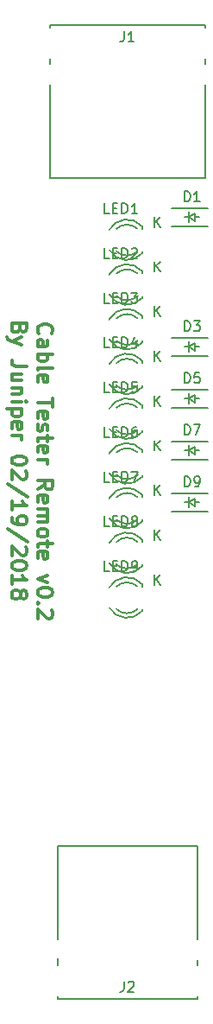
<source format=gto>
G04 #@! TF.FileFunction,Legend,Top*
%FSLAX46Y46*%
G04 Gerber Fmt 4.6, Leading zero omitted, Abs format (unit mm)*
G04 Created by KiCad (PCBNEW 4.0.2+dfsg1-stable) date Sun 11 Mar 2018 02:31:19 PM MDT*
%MOMM*%
G01*
G04 APERTURE LIST*
%ADD10C,0.100000*%
%ADD11C,0.300000*%
%ADD12C,0.150000*%
G04 APERTURE END LIST*
D10*
D11*
X103739143Y-80761716D02*
X103667714Y-80976002D01*
X103596286Y-81047430D01*
X103453429Y-81118859D01*
X103239143Y-81118859D01*
X103096286Y-81047430D01*
X103024857Y-80976002D01*
X102953429Y-80833144D01*
X102953429Y-80261716D01*
X104453429Y-80261716D01*
X104453429Y-80761716D01*
X104382000Y-80904573D01*
X104310571Y-80976002D01*
X104167714Y-81047430D01*
X104024857Y-81047430D01*
X103882000Y-80976002D01*
X103810571Y-80904573D01*
X103739143Y-80761716D01*
X103739143Y-80261716D01*
X103953429Y-81618859D02*
X102953429Y-81976002D01*
X103953429Y-82333144D02*
X102953429Y-81976002D01*
X102596286Y-81833144D01*
X102524857Y-81761716D01*
X102453429Y-81618859D01*
X104453429Y-84476001D02*
X103382000Y-84476001D01*
X103167714Y-84404573D01*
X103024857Y-84261716D01*
X102953429Y-84047430D01*
X102953429Y-83904573D01*
X103953429Y-85833144D02*
X102953429Y-85833144D01*
X103953429Y-85190287D02*
X103167714Y-85190287D01*
X103024857Y-85261715D01*
X102953429Y-85404573D01*
X102953429Y-85618858D01*
X103024857Y-85761715D01*
X103096286Y-85833144D01*
X103953429Y-86547430D02*
X102953429Y-86547430D01*
X103810571Y-86547430D02*
X103882000Y-86618858D01*
X103953429Y-86761716D01*
X103953429Y-86976001D01*
X103882000Y-87118858D01*
X103739143Y-87190287D01*
X102953429Y-87190287D01*
X102953429Y-87904573D02*
X103953429Y-87904573D01*
X104453429Y-87904573D02*
X104382000Y-87833144D01*
X104310571Y-87904573D01*
X104382000Y-87976001D01*
X104453429Y-87904573D01*
X104310571Y-87904573D01*
X103953429Y-88618859D02*
X102453429Y-88618859D01*
X103882000Y-88618859D02*
X103953429Y-88761716D01*
X103953429Y-89047430D01*
X103882000Y-89190287D01*
X103810571Y-89261716D01*
X103667714Y-89333145D01*
X103239143Y-89333145D01*
X103096286Y-89261716D01*
X103024857Y-89190287D01*
X102953429Y-89047430D01*
X102953429Y-88761716D01*
X103024857Y-88618859D01*
X103024857Y-90547430D02*
X102953429Y-90404573D01*
X102953429Y-90118859D01*
X103024857Y-89976002D01*
X103167714Y-89904573D01*
X103739143Y-89904573D01*
X103882000Y-89976002D01*
X103953429Y-90118859D01*
X103953429Y-90404573D01*
X103882000Y-90547430D01*
X103739143Y-90618859D01*
X103596286Y-90618859D01*
X103453429Y-89904573D01*
X102953429Y-91261716D02*
X103953429Y-91261716D01*
X103667714Y-91261716D02*
X103810571Y-91333144D01*
X103882000Y-91404573D01*
X103953429Y-91547430D01*
X103953429Y-91690287D01*
X104453429Y-93618858D02*
X104453429Y-93761715D01*
X104382000Y-93904572D01*
X104310571Y-93976001D01*
X104167714Y-94047430D01*
X103882000Y-94118858D01*
X103524857Y-94118858D01*
X103239143Y-94047430D01*
X103096286Y-93976001D01*
X103024857Y-93904572D01*
X102953429Y-93761715D01*
X102953429Y-93618858D01*
X103024857Y-93476001D01*
X103096286Y-93404572D01*
X103239143Y-93333144D01*
X103524857Y-93261715D01*
X103882000Y-93261715D01*
X104167714Y-93333144D01*
X104310571Y-93404572D01*
X104382000Y-93476001D01*
X104453429Y-93618858D01*
X104310571Y-94690286D02*
X104382000Y-94761715D01*
X104453429Y-94904572D01*
X104453429Y-95261715D01*
X104382000Y-95404572D01*
X104310571Y-95476001D01*
X104167714Y-95547429D01*
X104024857Y-95547429D01*
X103810571Y-95476001D01*
X102953429Y-94618858D01*
X102953429Y-95547429D01*
X104524857Y-97261714D02*
X102596286Y-95976000D01*
X102953429Y-98547429D02*
X102953429Y-97690286D01*
X102953429Y-98118858D02*
X104453429Y-98118858D01*
X104239143Y-97976001D01*
X104096286Y-97833143D01*
X104024857Y-97690286D01*
X102953429Y-99261714D02*
X102953429Y-99547429D01*
X103024857Y-99690286D01*
X103096286Y-99761714D01*
X103310571Y-99904572D01*
X103596286Y-99976000D01*
X104167714Y-99976000D01*
X104310571Y-99904572D01*
X104382000Y-99833143D01*
X104453429Y-99690286D01*
X104453429Y-99404572D01*
X104382000Y-99261714D01*
X104310571Y-99190286D01*
X104167714Y-99118857D01*
X103810571Y-99118857D01*
X103667714Y-99190286D01*
X103596286Y-99261714D01*
X103524857Y-99404572D01*
X103524857Y-99690286D01*
X103596286Y-99833143D01*
X103667714Y-99904572D01*
X103810571Y-99976000D01*
X104524857Y-101690285D02*
X102596286Y-100404571D01*
X104310571Y-102118857D02*
X104382000Y-102190286D01*
X104453429Y-102333143D01*
X104453429Y-102690286D01*
X104382000Y-102833143D01*
X104310571Y-102904572D01*
X104167714Y-102976000D01*
X104024857Y-102976000D01*
X103810571Y-102904572D01*
X102953429Y-102047429D01*
X102953429Y-102976000D01*
X104453429Y-103904571D02*
X104453429Y-104047428D01*
X104382000Y-104190285D01*
X104310571Y-104261714D01*
X104167714Y-104333143D01*
X103882000Y-104404571D01*
X103524857Y-104404571D01*
X103239143Y-104333143D01*
X103096286Y-104261714D01*
X103024857Y-104190285D01*
X102953429Y-104047428D01*
X102953429Y-103904571D01*
X103024857Y-103761714D01*
X103096286Y-103690285D01*
X103239143Y-103618857D01*
X103524857Y-103547428D01*
X103882000Y-103547428D01*
X104167714Y-103618857D01*
X104310571Y-103690285D01*
X104382000Y-103761714D01*
X104453429Y-103904571D01*
X102953429Y-105833142D02*
X102953429Y-104975999D01*
X102953429Y-105404571D02*
X104453429Y-105404571D01*
X104239143Y-105261714D01*
X104096286Y-105118856D01*
X104024857Y-104975999D01*
X103810571Y-106690285D02*
X103882000Y-106547427D01*
X103953429Y-106475999D01*
X104096286Y-106404570D01*
X104167714Y-106404570D01*
X104310571Y-106475999D01*
X104382000Y-106547427D01*
X104453429Y-106690285D01*
X104453429Y-106975999D01*
X104382000Y-107118856D01*
X104310571Y-107190285D01*
X104167714Y-107261713D01*
X104096286Y-107261713D01*
X103953429Y-107190285D01*
X103882000Y-107118856D01*
X103810571Y-106975999D01*
X103810571Y-106690285D01*
X103739143Y-106547427D01*
X103667714Y-106475999D01*
X103524857Y-106404570D01*
X103239143Y-106404570D01*
X103096286Y-106475999D01*
X103024857Y-106547427D01*
X102953429Y-106690285D01*
X102953429Y-106975999D01*
X103024857Y-107118856D01*
X103096286Y-107190285D01*
X103239143Y-107261713D01*
X103524857Y-107261713D01*
X103667714Y-107190285D01*
X103739143Y-107118856D01*
X103810571Y-106975999D01*
X105636286Y-81242002D02*
X105564857Y-81170573D01*
X105493429Y-80956287D01*
X105493429Y-80813430D01*
X105564857Y-80599145D01*
X105707714Y-80456287D01*
X105850571Y-80384859D01*
X106136286Y-80313430D01*
X106350571Y-80313430D01*
X106636286Y-80384859D01*
X106779143Y-80456287D01*
X106922000Y-80599145D01*
X106993429Y-80813430D01*
X106993429Y-80956287D01*
X106922000Y-81170573D01*
X106850571Y-81242002D01*
X105493429Y-82527716D02*
X106279143Y-82527716D01*
X106422000Y-82456287D01*
X106493429Y-82313430D01*
X106493429Y-82027716D01*
X106422000Y-81884859D01*
X105564857Y-82527716D02*
X105493429Y-82384859D01*
X105493429Y-82027716D01*
X105564857Y-81884859D01*
X105707714Y-81813430D01*
X105850571Y-81813430D01*
X105993429Y-81884859D01*
X106064857Y-82027716D01*
X106064857Y-82384859D01*
X106136286Y-82527716D01*
X105493429Y-83242002D02*
X106993429Y-83242002D01*
X106422000Y-83242002D02*
X106493429Y-83384859D01*
X106493429Y-83670573D01*
X106422000Y-83813430D01*
X106350571Y-83884859D01*
X106207714Y-83956288D01*
X105779143Y-83956288D01*
X105636286Y-83884859D01*
X105564857Y-83813430D01*
X105493429Y-83670573D01*
X105493429Y-83384859D01*
X105564857Y-83242002D01*
X105493429Y-84813431D02*
X105564857Y-84670573D01*
X105707714Y-84599145D01*
X106993429Y-84599145D01*
X105564857Y-85956287D02*
X105493429Y-85813430D01*
X105493429Y-85527716D01*
X105564857Y-85384859D01*
X105707714Y-85313430D01*
X106279143Y-85313430D01*
X106422000Y-85384859D01*
X106493429Y-85527716D01*
X106493429Y-85813430D01*
X106422000Y-85956287D01*
X106279143Y-86027716D01*
X106136286Y-86027716D01*
X105993429Y-85313430D01*
X106993429Y-87599144D02*
X106993429Y-88456287D01*
X105493429Y-88027716D02*
X106993429Y-88027716D01*
X105564857Y-89527715D02*
X105493429Y-89384858D01*
X105493429Y-89099144D01*
X105564857Y-88956287D01*
X105707714Y-88884858D01*
X106279143Y-88884858D01*
X106422000Y-88956287D01*
X106493429Y-89099144D01*
X106493429Y-89384858D01*
X106422000Y-89527715D01*
X106279143Y-89599144D01*
X106136286Y-89599144D01*
X105993429Y-88884858D01*
X105564857Y-90170572D02*
X105493429Y-90313429D01*
X105493429Y-90599144D01*
X105564857Y-90742001D01*
X105707714Y-90813429D01*
X105779143Y-90813429D01*
X105922000Y-90742001D01*
X105993429Y-90599144D01*
X105993429Y-90384858D01*
X106064857Y-90242001D01*
X106207714Y-90170572D01*
X106279143Y-90170572D01*
X106422000Y-90242001D01*
X106493429Y-90384858D01*
X106493429Y-90599144D01*
X106422000Y-90742001D01*
X106493429Y-91242001D02*
X106493429Y-91813430D01*
X106993429Y-91456287D02*
X105707714Y-91456287D01*
X105564857Y-91527715D01*
X105493429Y-91670573D01*
X105493429Y-91813430D01*
X105564857Y-92884858D02*
X105493429Y-92742001D01*
X105493429Y-92456287D01*
X105564857Y-92313430D01*
X105707714Y-92242001D01*
X106279143Y-92242001D01*
X106422000Y-92313430D01*
X106493429Y-92456287D01*
X106493429Y-92742001D01*
X106422000Y-92884858D01*
X106279143Y-92956287D01*
X106136286Y-92956287D01*
X105993429Y-92242001D01*
X105493429Y-93599144D02*
X106493429Y-93599144D01*
X106207714Y-93599144D02*
X106350571Y-93670572D01*
X106422000Y-93742001D01*
X106493429Y-93884858D01*
X106493429Y-94027715D01*
X105493429Y-96527715D02*
X106207714Y-96027715D01*
X105493429Y-95670572D02*
X106993429Y-95670572D01*
X106993429Y-96242000D01*
X106922000Y-96384858D01*
X106850571Y-96456286D01*
X106707714Y-96527715D01*
X106493429Y-96527715D01*
X106350571Y-96456286D01*
X106279143Y-96384858D01*
X106207714Y-96242000D01*
X106207714Y-95670572D01*
X105564857Y-97742000D02*
X105493429Y-97599143D01*
X105493429Y-97313429D01*
X105564857Y-97170572D01*
X105707714Y-97099143D01*
X106279143Y-97099143D01*
X106422000Y-97170572D01*
X106493429Y-97313429D01*
X106493429Y-97599143D01*
X106422000Y-97742000D01*
X106279143Y-97813429D01*
X106136286Y-97813429D01*
X105993429Y-97099143D01*
X105493429Y-98456286D02*
X106493429Y-98456286D01*
X106350571Y-98456286D02*
X106422000Y-98527714D01*
X106493429Y-98670572D01*
X106493429Y-98884857D01*
X106422000Y-99027714D01*
X106279143Y-99099143D01*
X105493429Y-99099143D01*
X106279143Y-99099143D02*
X106422000Y-99170572D01*
X106493429Y-99313429D01*
X106493429Y-99527714D01*
X106422000Y-99670572D01*
X106279143Y-99742000D01*
X105493429Y-99742000D01*
X105493429Y-100670572D02*
X105564857Y-100527714D01*
X105636286Y-100456286D01*
X105779143Y-100384857D01*
X106207714Y-100384857D01*
X106350571Y-100456286D01*
X106422000Y-100527714D01*
X106493429Y-100670572D01*
X106493429Y-100884857D01*
X106422000Y-101027714D01*
X106350571Y-101099143D01*
X106207714Y-101170572D01*
X105779143Y-101170572D01*
X105636286Y-101099143D01*
X105564857Y-101027714D01*
X105493429Y-100884857D01*
X105493429Y-100670572D01*
X106493429Y-101599143D02*
X106493429Y-102170572D01*
X106993429Y-101813429D02*
X105707714Y-101813429D01*
X105564857Y-101884857D01*
X105493429Y-102027715D01*
X105493429Y-102170572D01*
X105564857Y-103242000D02*
X105493429Y-103099143D01*
X105493429Y-102813429D01*
X105564857Y-102670572D01*
X105707714Y-102599143D01*
X106279143Y-102599143D01*
X106422000Y-102670572D01*
X106493429Y-102813429D01*
X106493429Y-103099143D01*
X106422000Y-103242000D01*
X106279143Y-103313429D01*
X106136286Y-103313429D01*
X105993429Y-102599143D01*
X106493429Y-104956286D02*
X105493429Y-105313429D01*
X106493429Y-105670571D01*
X106993429Y-106527714D02*
X106993429Y-106670571D01*
X106922000Y-106813428D01*
X106850571Y-106884857D01*
X106707714Y-106956286D01*
X106422000Y-107027714D01*
X106064857Y-107027714D01*
X105779143Y-106956286D01*
X105636286Y-106884857D01*
X105564857Y-106813428D01*
X105493429Y-106670571D01*
X105493429Y-106527714D01*
X105564857Y-106384857D01*
X105636286Y-106313428D01*
X105779143Y-106242000D01*
X106064857Y-106170571D01*
X106422000Y-106170571D01*
X106707714Y-106242000D01*
X106850571Y-106313428D01*
X106922000Y-106384857D01*
X106993429Y-106527714D01*
X105636286Y-107670571D02*
X105564857Y-107741999D01*
X105493429Y-107670571D01*
X105564857Y-107599142D01*
X105636286Y-107670571D01*
X105493429Y-107670571D01*
X106850571Y-108313428D02*
X106922000Y-108384857D01*
X106993429Y-108527714D01*
X106993429Y-108884857D01*
X106922000Y-109027714D01*
X106850571Y-109099143D01*
X106707714Y-109170571D01*
X106564857Y-109170571D01*
X106350571Y-109099143D01*
X105493429Y-108242000D01*
X105493429Y-109170571D01*
D12*
X106680000Y-56896000D02*
X106680000Y-66040000D01*
X106680000Y-66040000D02*
X121920000Y-66040000D01*
X121920000Y-66040000D02*
X121920000Y-56896000D01*
X106680000Y-51308000D02*
X106680000Y-51054000D01*
X106680000Y-51054000D02*
X121920000Y-51054000D01*
X121920000Y-51054000D02*
X121920000Y-51308000D01*
X121920000Y-54356000D02*
X121920000Y-54864000D01*
X106680000Y-54864000D02*
X106680000Y-54356000D01*
X120967500Y-69850000D02*
X121348500Y-69850000D01*
X119951500Y-69850000D02*
X120332500Y-69850000D01*
X120332500Y-69850000D02*
X120967500Y-69469000D01*
X120967500Y-69469000D02*
X120967500Y-70231000D01*
X120967500Y-70231000D02*
X120332500Y-69850000D01*
X120332500Y-69342000D02*
X120332500Y-70358000D01*
X118650000Y-70750000D02*
X122190000Y-70750000D01*
X118650000Y-68950000D02*
X122190000Y-68950000D01*
X120967500Y-82550000D02*
X121348500Y-82550000D01*
X119951500Y-82550000D02*
X120332500Y-82550000D01*
X120332500Y-82550000D02*
X120967500Y-82169000D01*
X120967500Y-82169000D02*
X120967500Y-82931000D01*
X120967500Y-82931000D02*
X120332500Y-82550000D01*
X120332500Y-82042000D02*
X120332500Y-83058000D01*
X118650000Y-83450000D02*
X122190000Y-83450000D01*
X118650000Y-81650000D02*
X122190000Y-81650000D01*
X120967500Y-87630000D02*
X121348500Y-87630000D01*
X119951500Y-87630000D02*
X120332500Y-87630000D01*
X120332500Y-87630000D02*
X120967500Y-87249000D01*
X120967500Y-87249000D02*
X120967500Y-88011000D01*
X120967500Y-88011000D02*
X120332500Y-87630000D01*
X120332500Y-87122000D02*
X120332500Y-88138000D01*
X118650000Y-88530000D02*
X122190000Y-88530000D01*
X118650000Y-86730000D02*
X122190000Y-86730000D01*
X120967500Y-92710000D02*
X121348500Y-92710000D01*
X119951500Y-92710000D02*
X120332500Y-92710000D01*
X120332500Y-92710000D02*
X120967500Y-92329000D01*
X120967500Y-92329000D02*
X120967500Y-93091000D01*
X120967500Y-93091000D02*
X120332500Y-92710000D01*
X120332500Y-92202000D02*
X120332500Y-93218000D01*
X118650000Y-93610000D02*
X122190000Y-93610000D01*
X118650000Y-91810000D02*
X122190000Y-91810000D01*
X120967500Y-97790000D02*
X121348500Y-97790000D01*
X119951500Y-97790000D02*
X120332500Y-97790000D01*
X120332500Y-97790000D02*
X120967500Y-97409000D01*
X120967500Y-97409000D02*
X120967500Y-98171000D01*
X120967500Y-98171000D02*
X120332500Y-97790000D01*
X120332500Y-97282000D02*
X120332500Y-98298000D01*
X118650000Y-98690000D02*
X122190000Y-98690000D01*
X118650000Y-96890000D02*
X122190000Y-96890000D01*
X107442000Y-140589000D02*
X107442000Y-131445000D01*
X107442000Y-131445000D02*
X121158000Y-131445000D01*
X121158000Y-131445000D02*
X121158000Y-140589000D01*
X121158000Y-142621000D02*
X121158000Y-143129000D01*
X107442000Y-142494000D02*
X107442000Y-143129000D01*
X107442000Y-146177000D02*
X107442000Y-146431000D01*
X107442000Y-146431000D02*
X121158000Y-146431000D01*
X121158000Y-146431000D02*
X121158000Y-146177000D01*
X115769000Y-70771200D02*
X115769000Y-70971200D01*
X115769000Y-73365200D02*
X115769000Y-73185200D01*
X112541256Y-73054843D02*
G75*
G03X115769000Y-73371200I1727744J1003643D01*
G01*
X113216994Y-73184268D02*
G75*
G03X115320000Y-73185200I1052006J1133068D01*
G01*
X115756220Y-70744474D02*
G75*
G03X112519000Y-71091200I-1497220J-1306726D01*
G01*
X115282889Y-70971947D02*
G75*
G03X113235000Y-70991200I-1013889J-1079253D01*
G01*
X115769000Y-75152700D02*
X115769000Y-75352700D01*
X115769000Y-77746700D02*
X115769000Y-77566700D01*
X112541256Y-77436343D02*
G75*
G03X115769000Y-77752700I1727744J1003643D01*
G01*
X113216994Y-77565768D02*
G75*
G03X115320000Y-77566700I1052006J1133068D01*
G01*
X115756220Y-75125974D02*
G75*
G03X112519000Y-75472700I-1497220J-1306726D01*
G01*
X115282889Y-75353447D02*
G75*
G03X113235000Y-75372700I-1013889J-1079253D01*
G01*
X115769000Y-79534200D02*
X115769000Y-79734200D01*
X115769000Y-82128200D02*
X115769000Y-81948200D01*
X112541256Y-81817843D02*
G75*
G03X115769000Y-82134200I1727744J1003643D01*
G01*
X113216994Y-81947268D02*
G75*
G03X115320000Y-81948200I1052006J1133068D01*
G01*
X115756220Y-79507474D02*
G75*
G03X112519000Y-79854200I-1497220J-1306726D01*
G01*
X115282889Y-79734947D02*
G75*
G03X113235000Y-79754200I-1013889J-1079253D01*
G01*
X115769000Y-83915700D02*
X115769000Y-84115700D01*
X115769000Y-86509700D02*
X115769000Y-86329700D01*
X112541256Y-86199343D02*
G75*
G03X115769000Y-86515700I1727744J1003643D01*
G01*
X113216994Y-86328768D02*
G75*
G03X115320000Y-86329700I1052006J1133068D01*
G01*
X115756220Y-83888974D02*
G75*
G03X112519000Y-84235700I-1497220J-1306726D01*
G01*
X115282889Y-84116447D02*
G75*
G03X113235000Y-84135700I-1013889J-1079253D01*
G01*
X115769000Y-88297200D02*
X115769000Y-88497200D01*
X115769000Y-90891200D02*
X115769000Y-90711200D01*
X112541256Y-90580843D02*
G75*
G03X115769000Y-90897200I1727744J1003643D01*
G01*
X113216994Y-90710268D02*
G75*
G03X115320000Y-90711200I1052006J1133068D01*
G01*
X115756220Y-88270474D02*
G75*
G03X112519000Y-88617200I-1497220J-1306726D01*
G01*
X115282889Y-88497947D02*
G75*
G03X113235000Y-88517200I-1013889J-1079253D01*
G01*
X115769000Y-92678700D02*
X115769000Y-92878700D01*
X115769000Y-95272700D02*
X115769000Y-95092700D01*
X112541256Y-94962343D02*
G75*
G03X115769000Y-95278700I1727744J1003643D01*
G01*
X113216994Y-95091768D02*
G75*
G03X115320000Y-95092700I1052006J1133068D01*
G01*
X115756220Y-92651974D02*
G75*
G03X112519000Y-92998700I-1497220J-1306726D01*
G01*
X115282889Y-92879447D02*
G75*
G03X113235000Y-92898700I-1013889J-1079253D01*
G01*
X115769000Y-97060200D02*
X115769000Y-97260200D01*
X115769000Y-99654200D02*
X115769000Y-99474200D01*
X112541256Y-99343843D02*
G75*
G03X115769000Y-99660200I1727744J1003643D01*
G01*
X113216994Y-99473268D02*
G75*
G03X115320000Y-99474200I1052006J1133068D01*
G01*
X115756220Y-97033474D02*
G75*
G03X112519000Y-97380200I-1497220J-1306726D01*
G01*
X115282889Y-97260947D02*
G75*
G03X113235000Y-97280200I-1013889J-1079253D01*
G01*
X115769000Y-101441700D02*
X115769000Y-101641700D01*
X115769000Y-104035700D02*
X115769000Y-103855700D01*
X112541256Y-103725343D02*
G75*
G03X115769000Y-104041700I1727744J1003643D01*
G01*
X113216994Y-103854768D02*
G75*
G03X115320000Y-103855700I1052006J1133068D01*
G01*
X115756220Y-101414974D02*
G75*
G03X112519000Y-101761700I-1497220J-1306726D01*
G01*
X115282889Y-101642447D02*
G75*
G03X113235000Y-101661700I-1013889J-1079253D01*
G01*
X115769000Y-105823200D02*
X115769000Y-106023200D01*
X115769000Y-108417200D02*
X115769000Y-108237200D01*
X112541256Y-108106843D02*
G75*
G03X115769000Y-108423200I1727744J1003643D01*
G01*
X113216994Y-108236268D02*
G75*
G03X115320000Y-108237200I1052006J1133068D01*
G01*
X115756220Y-105796474D02*
G75*
G03X112519000Y-106143200I-1497220J-1306726D01*
G01*
X115282889Y-106023947D02*
G75*
G03X113235000Y-106043200I-1013889J-1079253D01*
G01*
X113966667Y-51649381D02*
X113966667Y-52363667D01*
X113919047Y-52506524D01*
X113823809Y-52601762D01*
X113680952Y-52649381D01*
X113585714Y-52649381D01*
X114966667Y-52649381D02*
X114395238Y-52649381D01*
X114680952Y-52649381D02*
X114680952Y-51649381D01*
X114585714Y-51792238D01*
X114490476Y-51887476D01*
X114395238Y-51935095D01*
X119911905Y-68302381D02*
X119911905Y-67302381D01*
X120150000Y-67302381D01*
X120292858Y-67350000D01*
X120388096Y-67445238D01*
X120435715Y-67540476D01*
X120483334Y-67730952D01*
X120483334Y-67873810D01*
X120435715Y-68064286D01*
X120388096Y-68159524D01*
X120292858Y-68254762D01*
X120150000Y-68302381D01*
X119911905Y-68302381D01*
X121435715Y-68302381D02*
X120864286Y-68302381D01*
X121150000Y-68302381D02*
X121150000Y-67302381D01*
X121054762Y-67445238D01*
X120959524Y-67540476D01*
X120864286Y-67588095D01*
X119911905Y-81002381D02*
X119911905Y-80002381D01*
X120150000Y-80002381D01*
X120292858Y-80050000D01*
X120388096Y-80145238D01*
X120435715Y-80240476D01*
X120483334Y-80430952D01*
X120483334Y-80573810D01*
X120435715Y-80764286D01*
X120388096Y-80859524D01*
X120292858Y-80954762D01*
X120150000Y-81002381D01*
X119911905Y-81002381D01*
X120816667Y-80002381D02*
X121435715Y-80002381D01*
X121102381Y-80383333D01*
X121245239Y-80383333D01*
X121340477Y-80430952D01*
X121388096Y-80478571D01*
X121435715Y-80573810D01*
X121435715Y-80811905D01*
X121388096Y-80907143D01*
X121340477Y-80954762D01*
X121245239Y-81002381D01*
X120959524Y-81002381D01*
X120864286Y-80954762D01*
X120816667Y-80907143D01*
X119911905Y-86082381D02*
X119911905Y-85082381D01*
X120150000Y-85082381D01*
X120292858Y-85130000D01*
X120388096Y-85225238D01*
X120435715Y-85320476D01*
X120483334Y-85510952D01*
X120483334Y-85653810D01*
X120435715Y-85844286D01*
X120388096Y-85939524D01*
X120292858Y-86034762D01*
X120150000Y-86082381D01*
X119911905Y-86082381D01*
X121388096Y-85082381D02*
X120911905Y-85082381D01*
X120864286Y-85558571D01*
X120911905Y-85510952D01*
X121007143Y-85463333D01*
X121245239Y-85463333D01*
X121340477Y-85510952D01*
X121388096Y-85558571D01*
X121435715Y-85653810D01*
X121435715Y-85891905D01*
X121388096Y-85987143D01*
X121340477Y-86034762D01*
X121245239Y-86082381D01*
X121007143Y-86082381D01*
X120911905Y-86034762D01*
X120864286Y-85987143D01*
X119911905Y-91162381D02*
X119911905Y-90162381D01*
X120150000Y-90162381D01*
X120292858Y-90210000D01*
X120388096Y-90305238D01*
X120435715Y-90400476D01*
X120483334Y-90590952D01*
X120483334Y-90733810D01*
X120435715Y-90924286D01*
X120388096Y-91019524D01*
X120292858Y-91114762D01*
X120150000Y-91162381D01*
X119911905Y-91162381D01*
X120816667Y-90162381D02*
X121483334Y-90162381D01*
X121054762Y-91162381D01*
X119911905Y-96242381D02*
X119911905Y-95242381D01*
X120150000Y-95242381D01*
X120292858Y-95290000D01*
X120388096Y-95385238D01*
X120435715Y-95480476D01*
X120483334Y-95670952D01*
X120483334Y-95813810D01*
X120435715Y-96004286D01*
X120388096Y-96099524D01*
X120292858Y-96194762D01*
X120150000Y-96242381D01*
X119911905Y-96242381D01*
X120959524Y-96242381D02*
X121150000Y-96242381D01*
X121245239Y-96194762D01*
X121292858Y-96147143D01*
X121388096Y-96004286D01*
X121435715Y-95813810D01*
X121435715Y-95432857D01*
X121388096Y-95337619D01*
X121340477Y-95290000D01*
X121245239Y-95242381D01*
X121054762Y-95242381D01*
X120959524Y-95290000D01*
X120911905Y-95337619D01*
X120864286Y-95432857D01*
X120864286Y-95670952D01*
X120911905Y-95766190D01*
X120959524Y-95813810D01*
X121054762Y-95861429D01*
X121245239Y-95861429D01*
X121340477Y-95813810D01*
X121388096Y-95766190D01*
X121435715Y-95670952D01*
X113966667Y-144740381D02*
X113966667Y-145454667D01*
X113919047Y-145597524D01*
X113823809Y-145692762D01*
X113680952Y-145740381D01*
X113585714Y-145740381D01*
X114395238Y-144835619D02*
X114442857Y-144788000D01*
X114538095Y-144740381D01*
X114776191Y-144740381D01*
X114871429Y-144788000D01*
X114919048Y-144835619D01*
X114966667Y-144930857D01*
X114966667Y-145026095D01*
X114919048Y-145168952D01*
X114347619Y-145740381D01*
X114966667Y-145740381D01*
X112540953Y-69477581D02*
X112064762Y-69477581D01*
X112064762Y-68477581D01*
X112874286Y-68953771D02*
X113207620Y-68953771D01*
X113350477Y-69477581D02*
X112874286Y-69477581D01*
X112874286Y-68477581D01*
X113350477Y-68477581D01*
X113779048Y-69477581D02*
X113779048Y-68477581D01*
X114017143Y-68477581D01*
X114160001Y-68525200D01*
X114255239Y-68620438D01*
X114302858Y-68715676D01*
X114350477Y-68906152D01*
X114350477Y-69049010D01*
X114302858Y-69239486D01*
X114255239Y-69334724D01*
X114160001Y-69429962D01*
X114017143Y-69477581D01*
X113779048Y-69477581D01*
X115302858Y-69477581D02*
X114731429Y-69477581D01*
X115017143Y-69477581D02*
X115017143Y-68477581D01*
X114921905Y-68620438D01*
X114826667Y-68715676D01*
X114731429Y-68763295D01*
X116998095Y-70797581D02*
X116998095Y-69797581D01*
X117569524Y-70797581D02*
X117140952Y-70226152D01*
X117569524Y-69797581D02*
X116998095Y-70369010D01*
X112540953Y-73859081D02*
X112064762Y-73859081D01*
X112064762Y-72859081D01*
X112874286Y-73335271D02*
X113207620Y-73335271D01*
X113350477Y-73859081D02*
X112874286Y-73859081D01*
X112874286Y-72859081D01*
X113350477Y-72859081D01*
X113779048Y-73859081D02*
X113779048Y-72859081D01*
X114017143Y-72859081D01*
X114160001Y-72906700D01*
X114255239Y-73001938D01*
X114302858Y-73097176D01*
X114350477Y-73287652D01*
X114350477Y-73430510D01*
X114302858Y-73620986D01*
X114255239Y-73716224D01*
X114160001Y-73811462D01*
X114017143Y-73859081D01*
X113779048Y-73859081D01*
X114731429Y-72954319D02*
X114779048Y-72906700D01*
X114874286Y-72859081D01*
X115112382Y-72859081D01*
X115207620Y-72906700D01*
X115255239Y-72954319D01*
X115302858Y-73049557D01*
X115302858Y-73144795D01*
X115255239Y-73287652D01*
X114683810Y-73859081D01*
X115302858Y-73859081D01*
X116998095Y-75179081D02*
X116998095Y-74179081D01*
X117569524Y-75179081D02*
X117140952Y-74607652D01*
X117569524Y-74179081D02*
X116998095Y-74750510D01*
X112540953Y-78240581D02*
X112064762Y-78240581D01*
X112064762Y-77240581D01*
X112874286Y-77716771D02*
X113207620Y-77716771D01*
X113350477Y-78240581D02*
X112874286Y-78240581D01*
X112874286Y-77240581D01*
X113350477Y-77240581D01*
X113779048Y-78240581D02*
X113779048Y-77240581D01*
X114017143Y-77240581D01*
X114160001Y-77288200D01*
X114255239Y-77383438D01*
X114302858Y-77478676D01*
X114350477Y-77669152D01*
X114350477Y-77812010D01*
X114302858Y-78002486D01*
X114255239Y-78097724D01*
X114160001Y-78192962D01*
X114017143Y-78240581D01*
X113779048Y-78240581D01*
X114683810Y-77240581D02*
X115302858Y-77240581D01*
X114969524Y-77621533D01*
X115112382Y-77621533D01*
X115207620Y-77669152D01*
X115255239Y-77716771D01*
X115302858Y-77812010D01*
X115302858Y-78050105D01*
X115255239Y-78145343D01*
X115207620Y-78192962D01*
X115112382Y-78240581D01*
X114826667Y-78240581D01*
X114731429Y-78192962D01*
X114683810Y-78145343D01*
X116998095Y-79560581D02*
X116998095Y-78560581D01*
X117569524Y-79560581D02*
X117140952Y-78989152D01*
X117569524Y-78560581D02*
X116998095Y-79132010D01*
X112540953Y-82622081D02*
X112064762Y-82622081D01*
X112064762Y-81622081D01*
X112874286Y-82098271D02*
X113207620Y-82098271D01*
X113350477Y-82622081D02*
X112874286Y-82622081D01*
X112874286Y-81622081D01*
X113350477Y-81622081D01*
X113779048Y-82622081D02*
X113779048Y-81622081D01*
X114017143Y-81622081D01*
X114160001Y-81669700D01*
X114255239Y-81764938D01*
X114302858Y-81860176D01*
X114350477Y-82050652D01*
X114350477Y-82193510D01*
X114302858Y-82383986D01*
X114255239Y-82479224D01*
X114160001Y-82574462D01*
X114017143Y-82622081D01*
X113779048Y-82622081D01*
X115207620Y-81955414D02*
X115207620Y-82622081D01*
X114969524Y-81574462D02*
X114731429Y-82288748D01*
X115350477Y-82288748D01*
X116998095Y-83942081D02*
X116998095Y-82942081D01*
X117569524Y-83942081D02*
X117140952Y-83370652D01*
X117569524Y-82942081D02*
X116998095Y-83513510D01*
X112540953Y-87003581D02*
X112064762Y-87003581D01*
X112064762Y-86003581D01*
X112874286Y-86479771D02*
X113207620Y-86479771D01*
X113350477Y-87003581D02*
X112874286Y-87003581D01*
X112874286Y-86003581D01*
X113350477Y-86003581D01*
X113779048Y-87003581D02*
X113779048Y-86003581D01*
X114017143Y-86003581D01*
X114160001Y-86051200D01*
X114255239Y-86146438D01*
X114302858Y-86241676D01*
X114350477Y-86432152D01*
X114350477Y-86575010D01*
X114302858Y-86765486D01*
X114255239Y-86860724D01*
X114160001Y-86955962D01*
X114017143Y-87003581D01*
X113779048Y-87003581D01*
X115255239Y-86003581D02*
X114779048Y-86003581D01*
X114731429Y-86479771D01*
X114779048Y-86432152D01*
X114874286Y-86384533D01*
X115112382Y-86384533D01*
X115207620Y-86432152D01*
X115255239Y-86479771D01*
X115302858Y-86575010D01*
X115302858Y-86813105D01*
X115255239Y-86908343D01*
X115207620Y-86955962D01*
X115112382Y-87003581D01*
X114874286Y-87003581D01*
X114779048Y-86955962D01*
X114731429Y-86908343D01*
X116998095Y-88323581D02*
X116998095Y-87323581D01*
X117569524Y-88323581D02*
X117140952Y-87752152D01*
X117569524Y-87323581D02*
X116998095Y-87895010D01*
X112540953Y-91385081D02*
X112064762Y-91385081D01*
X112064762Y-90385081D01*
X112874286Y-90861271D02*
X113207620Y-90861271D01*
X113350477Y-91385081D02*
X112874286Y-91385081D01*
X112874286Y-90385081D01*
X113350477Y-90385081D01*
X113779048Y-91385081D02*
X113779048Y-90385081D01*
X114017143Y-90385081D01*
X114160001Y-90432700D01*
X114255239Y-90527938D01*
X114302858Y-90623176D01*
X114350477Y-90813652D01*
X114350477Y-90956510D01*
X114302858Y-91146986D01*
X114255239Y-91242224D01*
X114160001Y-91337462D01*
X114017143Y-91385081D01*
X113779048Y-91385081D01*
X115207620Y-90385081D02*
X115017143Y-90385081D01*
X114921905Y-90432700D01*
X114874286Y-90480319D01*
X114779048Y-90623176D01*
X114731429Y-90813652D01*
X114731429Y-91194605D01*
X114779048Y-91289843D01*
X114826667Y-91337462D01*
X114921905Y-91385081D01*
X115112382Y-91385081D01*
X115207620Y-91337462D01*
X115255239Y-91289843D01*
X115302858Y-91194605D01*
X115302858Y-90956510D01*
X115255239Y-90861271D01*
X115207620Y-90813652D01*
X115112382Y-90766033D01*
X114921905Y-90766033D01*
X114826667Y-90813652D01*
X114779048Y-90861271D01*
X114731429Y-90956510D01*
X116998095Y-92705081D02*
X116998095Y-91705081D01*
X117569524Y-92705081D02*
X117140952Y-92133652D01*
X117569524Y-91705081D02*
X116998095Y-92276510D01*
X112540953Y-95766581D02*
X112064762Y-95766581D01*
X112064762Y-94766581D01*
X112874286Y-95242771D02*
X113207620Y-95242771D01*
X113350477Y-95766581D02*
X112874286Y-95766581D01*
X112874286Y-94766581D01*
X113350477Y-94766581D01*
X113779048Y-95766581D02*
X113779048Y-94766581D01*
X114017143Y-94766581D01*
X114160001Y-94814200D01*
X114255239Y-94909438D01*
X114302858Y-95004676D01*
X114350477Y-95195152D01*
X114350477Y-95338010D01*
X114302858Y-95528486D01*
X114255239Y-95623724D01*
X114160001Y-95718962D01*
X114017143Y-95766581D01*
X113779048Y-95766581D01*
X114683810Y-94766581D02*
X115350477Y-94766581D01*
X114921905Y-95766581D01*
X116998095Y-97086581D02*
X116998095Y-96086581D01*
X117569524Y-97086581D02*
X117140952Y-96515152D01*
X117569524Y-96086581D02*
X116998095Y-96658010D01*
X112540953Y-100148081D02*
X112064762Y-100148081D01*
X112064762Y-99148081D01*
X112874286Y-99624271D02*
X113207620Y-99624271D01*
X113350477Y-100148081D02*
X112874286Y-100148081D01*
X112874286Y-99148081D01*
X113350477Y-99148081D01*
X113779048Y-100148081D02*
X113779048Y-99148081D01*
X114017143Y-99148081D01*
X114160001Y-99195700D01*
X114255239Y-99290938D01*
X114302858Y-99386176D01*
X114350477Y-99576652D01*
X114350477Y-99719510D01*
X114302858Y-99909986D01*
X114255239Y-100005224D01*
X114160001Y-100100462D01*
X114017143Y-100148081D01*
X113779048Y-100148081D01*
X114921905Y-99576652D02*
X114826667Y-99529033D01*
X114779048Y-99481414D01*
X114731429Y-99386176D01*
X114731429Y-99338557D01*
X114779048Y-99243319D01*
X114826667Y-99195700D01*
X114921905Y-99148081D01*
X115112382Y-99148081D01*
X115207620Y-99195700D01*
X115255239Y-99243319D01*
X115302858Y-99338557D01*
X115302858Y-99386176D01*
X115255239Y-99481414D01*
X115207620Y-99529033D01*
X115112382Y-99576652D01*
X114921905Y-99576652D01*
X114826667Y-99624271D01*
X114779048Y-99671890D01*
X114731429Y-99767129D01*
X114731429Y-99957605D01*
X114779048Y-100052843D01*
X114826667Y-100100462D01*
X114921905Y-100148081D01*
X115112382Y-100148081D01*
X115207620Y-100100462D01*
X115255239Y-100052843D01*
X115302858Y-99957605D01*
X115302858Y-99767129D01*
X115255239Y-99671890D01*
X115207620Y-99624271D01*
X115112382Y-99576652D01*
X116998095Y-101468081D02*
X116998095Y-100468081D01*
X117569524Y-101468081D02*
X117140952Y-100896652D01*
X117569524Y-100468081D02*
X116998095Y-101039510D01*
X112540953Y-104529581D02*
X112064762Y-104529581D01*
X112064762Y-103529581D01*
X112874286Y-104005771D02*
X113207620Y-104005771D01*
X113350477Y-104529581D02*
X112874286Y-104529581D01*
X112874286Y-103529581D01*
X113350477Y-103529581D01*
X113779048Y-104529581D02*
X113779048Y-103529581D01*
X114017143Y-103529581D01*
X114160001Y-103577200D01*
X114255239Y-103672438D01*
X114302858Y-103767676D01*
X114350477Y-103958152D01*
X114350477Y-104101010D01*
X114302858Y-104291486D01*
X114255239Y-104386724D01*
X114160001Y-104481962D01*
X114017143Y-104529581D01*
X113779048Y-104529581D01*
X114826667Y-104529581D02*
X115017143Y-104529581D01*
X115112382Y-104481962D01*
X115160001Y-104434343D01*
X115255239Y-104291486D01*
X115302858Y-104101010D01*
X115302858Y-103720057D01*
X115255239Y-103624819D01*
X115207620Y-103577200D01*
X115112382Y-103529581D01*
X114921905Y-103529581D01*
X114826667Y-103577200D01*
X114779048Y-103624819D01*
X114731429Y-103720057D01*
X114731429Y-103958152D01*
X114779048Y-104053390D01*
X114826667Y-104101010D01*
X114921905Y-104148629D01*
X115112382Y-104148629D01*
X115207620Y-104101010D01*
X115255239Y-104053390D01*
X115302858Y-103958152D01*
X116998095Y-105849581D02*
X116998095Y-104849581D01*
X117569524Y-105849581D02*
X117140952Y-105278152D01*
X117569524Y-104849581D02*
X116998095Y-105421010D01*
M02*

</source>
